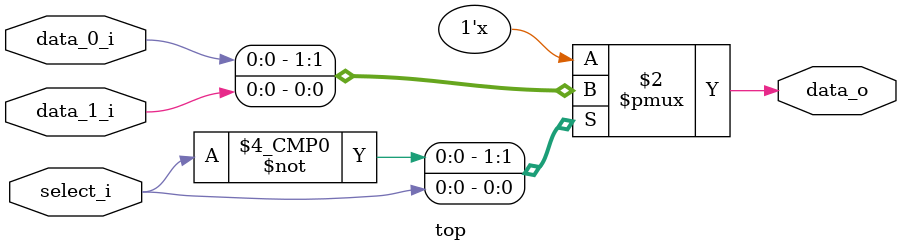
<source format=v>

module top (

  // Input data
  input      select_i,

  input      data_0_i,
  input      data_1_i,

  // Output data
  output reg data_o
);

  always @( * ) begin
    case ( select_i )
      0: data_o = data_0_i;
      1: data_o = data_1_i;
    endcase
  end

endmodule

</source>
